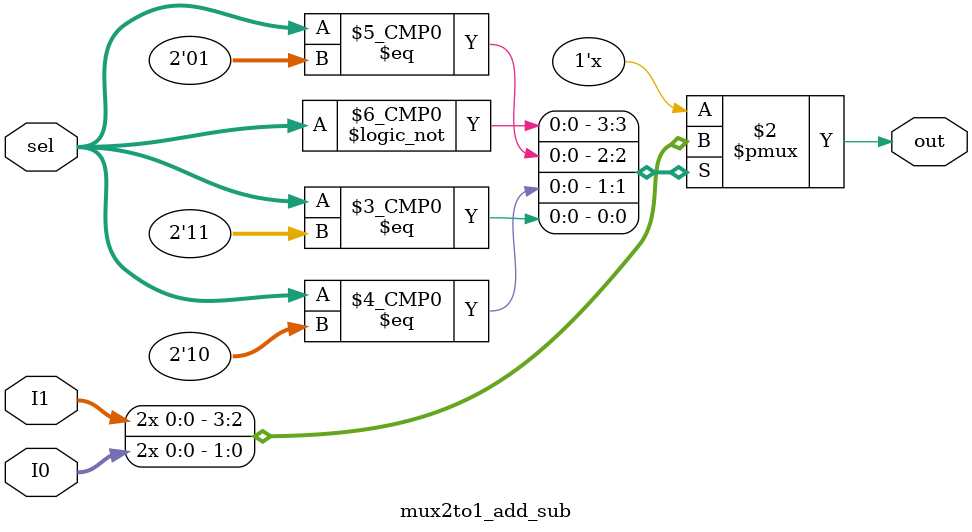
<source format=sv>
module mux2to1_add_sub (
	input logic I0, I1,
	input logic [1:0] sel,
	output logic out
);

always @(*) begin
	unique case (sel)
		2'b00:out = I1;
		2'b01:out = I1;
		2'b10:out = I0;
		2'b11:out = I0;
	endcase
end

endmodule
</source>
